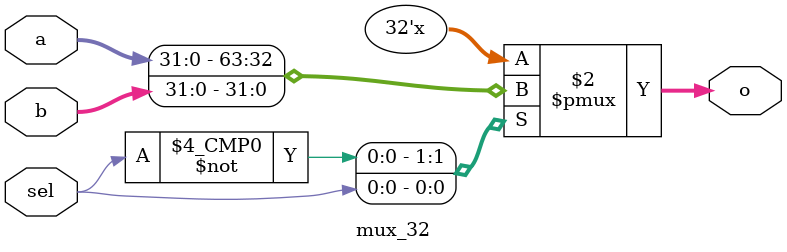
<source format=v>
`timescale 1ns / 1ps
module mux_32(a,b,sel,o);
    input [31:0]a,b;
    input sel;
    output reg [31:0]o;
    
    always@ (*)
        begin
            case (sel)
                0 : o = a;
                1 : o = b;
            endcase
        end
endmodule           
</source>
